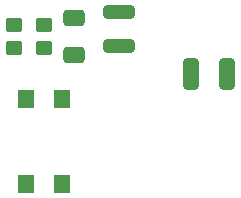
<source format=gbr>
G04 #@! TF.GenerationSoftware,KiCad,Pcbnew,9.0.6*
G04 #@! TF.CreationDate,2025-12-22T23:05:57+03:00*
G04 #@! TF.ProjectId,RainLight,5261696e-4c69-4676-9874-2e6b69636164,rev?*
G04 #@! TF.SameCoordinates,Original*
G04 #@! TF.FileFunction,Paste,Top*
G04 #@! TF.FilePolarity,Positive*
%FSLAX46Y46*%
G04 Gerber Fmt 4.6, Leading zero omitted, Abs format (unit mm)*
G04 Created by KiCad (PCBNEW 9.0.6) date 2025-12-22 23:05:57*
%MOMM*%
%LPD*%
G01*
G04 APERTURE LIST*
G04 Aperture macros list*
%AMRoundRect*
0 Rectangle with rounded corners*
0 $1 Rounding radius*
0 $2 $3 $4 $5 $6 $7 $8 $9 X,Y pos of 4 corners*
0 Add a 4 corners polygon primitive as box body*
4,1,4,$2,$3,$4,$5,$6,$7,$8,$9,$2,$3,0*
0 Add four circle primitives for the rounded corners*
1,1,$1+$1,$2,$3*
1,1,$1+$1,$4,$5*
1,1,$1+$1,$6,$7*
1,1,$1+$1,$8,$9*
0 Add four rect primitives between the rounded corners*
20,1,$1+$1,$2,$3,$4,$5,0*
20,1,$1+$1,$4,$5,$6,$7,0*
20,1,$1+$1,$6,$7,$8,$9,0*
20,1,$1+$1,$8,$9,$2,$3,0*%
G04 Aperture macros list end*
%ADD10RoundRect,0.250000X-0.650000X0.412500X-0.650000X-0.412500X0.650000X-0.412500X0.650000X0.412500X0*%
%ADD11RoundRect,0.250000X-0.450000X0.350000X-0.450000X-0.350000X0.450000X-0.350000X0.450000X0.350000X0*%
%ADD12RoundRect,0.250000X0.400000X1.075000X-0.400000X1.075000X-0.400000X-1.075000X0.400000X-1.075000X0*%
%ADD13R,1.400000X1.600000*%
%ADD14RoundRect,0.250000X0.450000X-0.350000X0.450000X0.350000X-0.450000X0.350000X-0.450000X-0.350000X0*%
%ADD15RoundRect,0.250000X-1.075000X0.312500X-1.075000X-0.312500X1.075000X-0.312500X1.075000X0.312500X0*%
G04 APERTURE END LIST*
D10*
X103886000Y-61404900D03*
X103886000Y-58279900D03*
D11*
X98806000Y-58842400D03*
X98806000Y-60842400D03*
D12*
X116866000Y-63017400D03*
X113766000Y-63017400D03*
D13*
X102846000Y-65132400D03*
X102846000Y-72332400D03*
X99846000Y-65132400D03*
X99846000Y-72332400D03*
D14*
X101346000Y-60842400D03*
X101346000Y-58842400D03*
D15*
X107696000Y-57744900D03*
X107696000Y-60669900D03*
M02*

</source>
